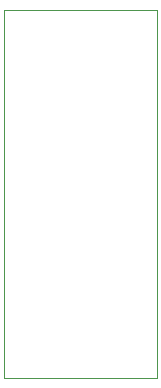
<source format=gbr>
%TF.GenerationSoftware,KiCad,Pcbnew,7.0.9-7.0.9~ubuntu22.04.1*%
%TF.CreationDate,2023-12-01T07:42:16+01:00*%
%TF.ProjectId,jetson-orin-baseboard,6a657473-6f6e-42d6-9f72-696e2d626173,1.1.1*%
%TF.SameCoordinates,Original*%
%TF.FileFunction,Profile,NP*%
%FSLAX46Y46*%
G04 Gerber Fmt 4.6, Leading zero omitted, Abs format (unit mm)*
G04 Created by KiCad (PCBNEW 7.0.9-7.0.9~ubuntu22.04.1) date 2023-12-01 07:42:16*
%MOMM*%
%LPD*%
G01*
G04 APERTURE LIST*
%TA.AperFunction,Profile*%
%ADD10C,0.100000*%
%TD*%
G04 APERTURE END LIST*
D10*
X85075000Y-91925000D02*
X97975000Y-91925000D01*
X97975000Y-123100000D01*
X85075000Y-123100000D01*
X85075000Y-91925000D01*
M02*

</source>
